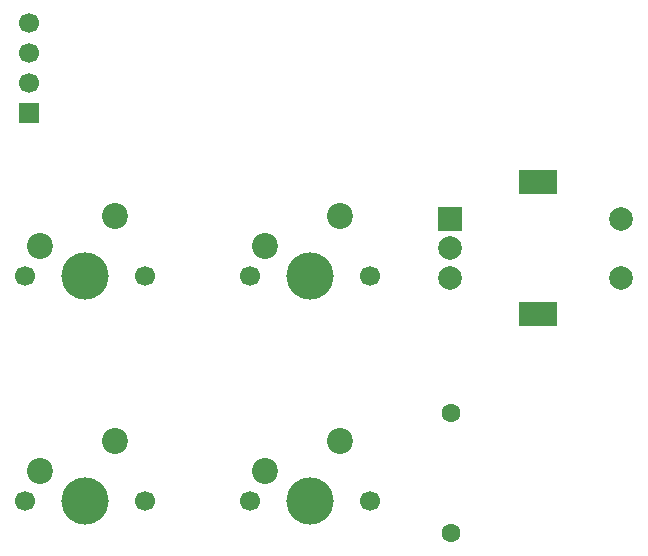
<source format=gbs>
%TF.GenerationSoftware,KiCad,Pcbnew,9.0.6*%
%TF.CreationDate,2026-02-14T19:53:56+05:30*%
%TF.ProjectId,Juny co2 Hackpad,4a756e79-2063-46f3-9220-4861636b7061,rev?*%
%TF.SameCoordinates,Original*%
%TF.FileFunction,Soldermask,Bot*%
%TF.FilePolarity,Negative*%
%FSLAX46Y46*%
G04 Gerber Fmt 4.6, Leading zero omitted, Abs format (unit mm)*
G04 Created by KiCad (PCBNEW 9.0.6) date 2026-02-14 19:53:56*
%MOMM*%
%LPD*%
G01*
G04 APERTURE LIST*
%ADD10R,1.700000X1.700000*%
%ADD11C,1.700000*%
%ADD12C,4.000000*%
%ADD13C,2.200000*%
%ADD14C,1.600000*%
%ADD15R,2.000000X2.000000*%
%ADD16C,2.000000*%
%ADD17R,3.200000X2.000000*%
G04 APERTURE END LIST*
D10*
%TO.C,J1*%
X80486250Y-92710000D03*
D11*
X80486250Y-90170000D03*
X80486250Y-87630000D03*
X80486250Y-85090000D03*
%TD*%
%TO.C,SW1*%
X80168750Y-106521250D03*
D12*
X85248750Y-106521250D03*
D11*
X90328750Y-106521250D03*
D13*
X87788750Y-101441250D03*
X81438750Y-103981250D03*
%TD*%
D11*
%TO.C,SW4*%
X99218750Y-106521250D03*
D12*
X104298750Y-106521250D03*
D11*
X109378750Y-106521250D03*
D13*
X106838750Y-101441250D03*
X100488750Y-103981250D03*
%TD*%
D11*
%TO.C,SW6*%
X80168750Y-125571250D03*
D12*
X85248750Y-125571250D03*
D11*
X90328750Y-125571250D03*
D13*
X87788750Y-120491250D03*
X81438750Y-123031250D03*
%TD*%
D14*
%TO.C,R1*%
X116205000Y-128270000D03*
X116205000Y-118110000D03*
%TD*%
D15*
%TO.C,SW10*%
X116098750Y-101640000D03*
D16*
X116098750Y-106640000D03*
X116098750Y-104140000D03*
D17*
X123598750Y-98540000D03*
X123598750Y-109740000D03*
D16*
X130598750Y-106640000D03*
X130598750Y-101640000D03*
%TD*%
D11*
%TO.C,SW5*%
X99218750Y-125571250D03*
D12*
X104298750Y-125571250D03*
D11*
X109378750Y-125571250D03*
D13*
X106838750Y-120491250D03*
X100488750Y-123031250D03*
%TD*%
M02*

</source>
